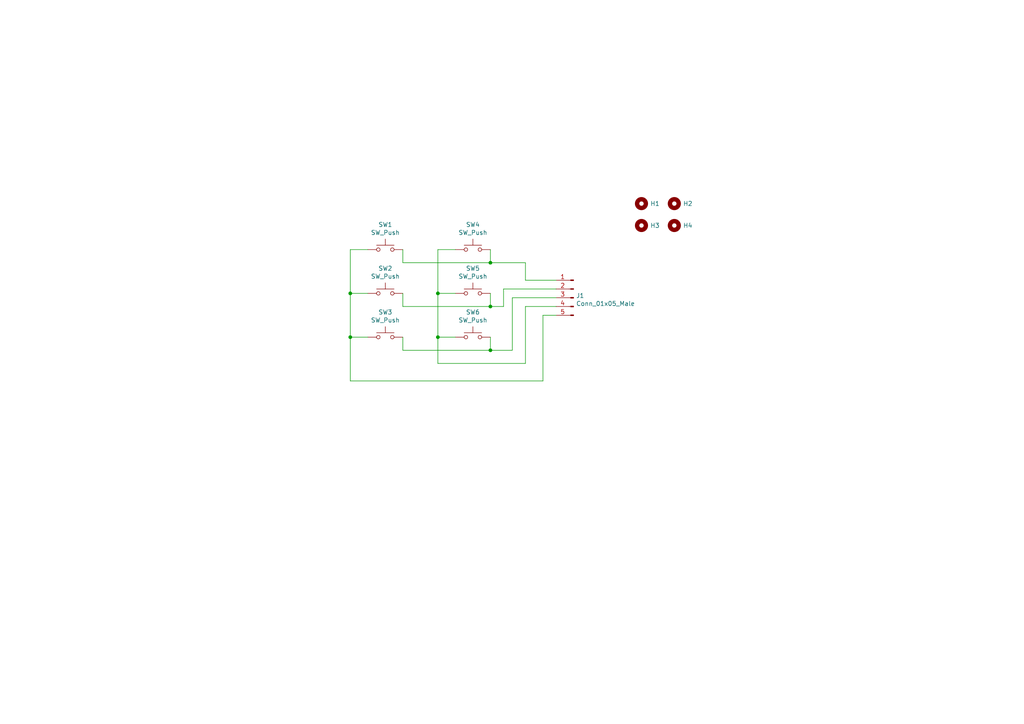
<source format=kicad_sch>
(kicad_sch (version 20211123) (generator eeschema)
  (paper "A4")
  (lib_symbols
    (symbol "Connector:Conn_01x05_Male" (pin_names (offset 1.016) hide)
      (property "Reference" "J" (at 0 7.62 0))
      (property "Value" "Conn_01x05_Male" (at 0 -7.62 0))
      (symbol "Conn_01x05_Male_1_1"
        (polyline (pts (xy 1.27 -5.08) (xy 0.8636 -5.08)) (stroke (width 0.1524)))
        (polyline (pts (xy 1.27 -2.54) (xy 0.8636 -2.54)) (stroke (width 0.1524)))
        (polyline (pts (xy 1.27 0) (xy 0.8636 0)) (stroke (width 0.1524)))
        (polyline (pts (xy 1.27 2.54) (xy 0.8636 2.54)) (stroke (width 0.1524)))
        (polyline (pts (xy 1.27 5.08) (xy 0.8636 5.08)) (stroke (width 0.1524)))
        (rectangle (start 0.8636 -4.953) (end 0 -5.207) (stroke (width 0.1524)) (fill (type outline)))
        (rectangle (start 0.8636 -2.413) (end 0 -2.667) (stroke (width 0.1524)) (fill (type outline)))
        (rectangle (start 0.8636 0.127) (end 0 -0.127) (stroke (width 0.1524)) (fill (type outline)))
        (rectangle (start 0.8636 2.667) (end 0 2.413) (stroke (width 0.1524)) (fill (type outline)))
        (rectangle (start 0.8636 5.207) (end 0 4.953) (stroke (width 0.1524)) (fill (type outline)))
        (pin passive line (at 5.08 5.08 180) (length 3.81) (name "Pin_1") (number "1"))
        (pin passive line (at 5.08 2.54 180) (length 3.81) (name "Pin_2") (number "2"))
        (pin passive line (at 5.08 0 180) (length 3.81) (name "Pin_3") (number "3"))
        (pin passive line (at 5.08 -2.54 180) (length 3.81) (name "Pin_4") (number "4"))
        (pin passive line (at 5.08 -5.08 180) (length 3.81) (name "Pin_5") (number "5"))
      )
    )
    (symbol "Mechanical:MountingHole" (pin_names (offset 1.016))
      (property "Reference" "H" (at 0 5.08 0))
      (property "Value" "MountingHole" (at 0 3.175 0))
      (symbol "MountingHole_0_1"
        (circle (center 0 0) (radius 1.27) (stroke (width 1.27)))
      )
    )
    (symbol "Switch:SW_Push" (pin_numbers hide) (pin_names (offset 1.016) hide)
      (property "Reference" "SW" (at 1.27 2.54 0))
      (property "Value" "SW_Push" (at 0 -1.524 0))
      (symbol "SW_Push_0_1"
        (circle (center -2.032 0) (radius 0.508))
        (polyline (pts (xy 0 1.27) (xy 0 3.048)))
        (polyline (pts (xy 2.54 1.27) (xy -2.54 1.27)))
        (circle (center 2.032 0) (radius 0.508))
        (pin passive line (at -5.08 0 0) (length 2.54) (name "1") (number "1"))
        (pin passive line (at 5.08 0 180) (length 2.54) (name "2") (number "2"))
      )
    )
  )
  (junction (at 142.24 88.9))
  (junction (at 127 97.79))
  (junction (at 142.24 76.2))
  (junction (at 127 85.09))
  (junction (at 101.6 85.09))
  (junction (at 101.6 97.79))
  (junction (at 142.24 101.6))
  (wire (pts (xy 101.6 72.39) (xy 106.68 72.39)))
  (wire (pts (xy 152.4 105.41) (xy 127 105.41)))
  (wire (pts (xy 146.05 88.9) (xy 142.24 88.9)))
  (wire (pts (xy 127 72.39) (xy 132.08 72.39)))
  (wire (pts (xy 106.68 97.79) (xy 101.6 97.79)))
  (wire (pts (xy 127 105.41) (xy 127 97.79)))
  (wire (pts (xy 142.24 85.09) (xy 142.24 88.9)))
  (wire (pts (xy 127 97.79) (xy 127 85.09)))
  (wire (pts (xy 161.29 81.28) (xy 152.4 81.28)))
  (wire (pts (xy 157.48 91.44) (xy 157.48 110.49)))
  (wire (pts (xy 161.29 86.36) (xy 148.59 86.36)))
  (wire (pts (xy 148.59 86.36) (xy 148.59 101.6)))
  (wire (pts (xy 142.24 101.6) (xy 116.84 101.6)))
  (wire (pts (xy 152.4 81.28) (xy 152.4 76.2)))
  (wire (pts (xy 116.84 76.2) (xy 116.84 72.39)))
  (wire (pts (xy 152.4 88.9) (xy 152.4 105.41)))
  (wire (pts (xy 142.24 88.9) (xy 116.84 88.9)))
  (wire (pts (xy 101.6 85.09) (xy 101.6 72.39)))
  (wire (pts (xy 106.68 85.09) (xy 101.6 85.09)))
  (wire (pts (xy 148.59 101.6) (xy 142.24 101.6)))
  (wire (pts (xy 157.48 110.49) (xy 101.6 110.49)))
  (wire (pts (xy 146.05 83.82) (xy 146.05 88.9)))
  (wire (pts (xy 161.29 83.82) (xy 146.05 83.82)))
  (wire (pts (xy 161.29 88.9) (xy 152.4 88.9)))
  (wire (pts (xy 142.24 72.39) (xy 142.24 76.2)))
  (wire (pts (xy 116.84 88.9) (xy 116.84 85.09)))
  (wire (pts (xy 101.6 110.49) (xy 101.6 97.79)))
  (wire (pts (xy 132.08 97.79) (xy 127 97.79)))
  (wire (pts (xy 142.24 76.2) (xy 116.84 76.2)))
  (wire (pts (xy 161.29 91.44) (xy 157.48 91.44)))
  (wire (pts (xy 101.6 97.79) (xy 101.6 85.09)))
  (wire (pts (xy 116.84 101.6) (xy 116.84 97.79)))
  (wire (pts (xy 132.08 85.09) (xy 127 85.09)))
  (wire (pts (xy 142.24 97.79) (xy 142.24 101.6)))
  (wire (pts (xy 152.4 76.2) (xy 142.24 76.2)))
  (wire (pts (xy 127 85.09) (xy 127 72.39)))
  (symbol (lib_id "Switch:SW_Push") (at 111.76 97.79 0) (unit 1)
    (property "Reference" "SW3" (at 111.76 90.551 0))
    (property "Value" "SW_Push" (at 111.76 92.8624 0))
    (property "Footprint" "dro:SW_PUSH-12mm" (effects hide))
  )
  (symbol (lib_id "Switch:SW_Push") (at 111.76 72.39 0) (unit 1)
    (property "Reference" "SW1" (at 111.76 65.151 0))
    (property "Value" "SW_Push" (at 111.76 67.4624 0))
    (property "Footprint" "dro:SW_PUSH-12mm" (effects hide))
  )
  (symbol (lib_id "Switch:SW_Push") (at 137.16 72.39 0) (unit 1)
    (property "Reference" "SW4" (at 137.16 65.151 0))
    (property "Value" "SW_Push" (at 137.16 67.4624 0))
    (property "Footprint" "dro:SW_PUSH-12mm" (effects hide))
  )
  (symbol (lib_id "Switch:SW_Push") (at 137.16 97.79 0) (unit 1)
    (property "Reference" "SW6" (at 137.16 90.551 0))
    (property "Value" "SW_Push" (at 137.16 92.8624 0))
    (property "Footprint" "dro:SW_PUSH-12mm" (effects hide))
  )
  (symbol (lib_id "Switch:SW_Push") (at 111.76 85.09 0) (unit 1)
    (property "Reference" "SW2" (at 111.76 77.851 0))
    (property "Value" "SW_Push" (at 111.76 80.1624 0))
    (property "Footprint" "dro:SW_PUSH-12mm" (effects hide))
  )
  (symbol (lib_id "Switch:SW_Push") (at 137.16 85.09 0) (unit 1)
    (property "Reference" "SW5" (at 137.16 77.851 0))
    (property "Value" "SW_Push" (at 137.16 80.1624 0))
    (property "Footprint" "dro:SW_PUSH-12mm" (effects hide))
  )
  (symbol (lib_id "Connector:Conn_01x05_Male") (at 166.37 86.36 0) (mirror y) (unit 1)
    (property "Reference" "J1" (at 167.0812 85.7504 0) (effects (justify right)))
    (property "Value" "Conn_01x05_Male" (at 167.0812 88.0618 0) (effects (justify right)))
    (property "Footprint" "Connector_JST:JST_XH_B5B-XH-A_1x05_P2.50mm_Vertical" (effects hide))
  )
  (symbol (lib_id "Mechanical:MountingHole") (at 186.055 59.055 0) (unit 1)
    (property "Reference" "H1" (at 188.595 59.055 0) (effects (justify left)))
    (property "Value" "MountingHole" (effects hide))
    (property "Footprint" "MountingHole:MountingHole_3mm_Pad" (effects hide))
  )
  (symbol (lib_id "Mechanical:MountingHole") (at 195.58 59.055 0) (unit 1)
    (property "Reference" "H2" (at 198.12 59.055 0) (effects (justify left)))
    (property "Value" "MountingHole" (effects hide))
    (property "Footprint" "MountingHole:MountingHole_3mm_Pad" (effects hide))
  )
  (symbol (lib_id "Mechanical:MountingHole") (at 186.055 65.405 0) (unit 1)
    (property "Reference" "H3" (at 188.595 65.405 0) (effects (justify left)))
    (property "Value" "MountingHole" (effects hide))
    (property "Footprint" "MountingHole:MountingHole_3mm_Pad" (effects hide))
  )
  (symbol (lib_id "Mechanical:MountingHole") (at 195.58 65.405 0) (unit 1)
    (property "Reference" "H4" (at 198.12 65.405 0) (effects (justify left)))
    (property "Value" "MountingHole" (effects hide))
    (property "Footprint" "MountingHole:MountingHole_3mm_Pad" (effects hide))
  )
)
</source>
